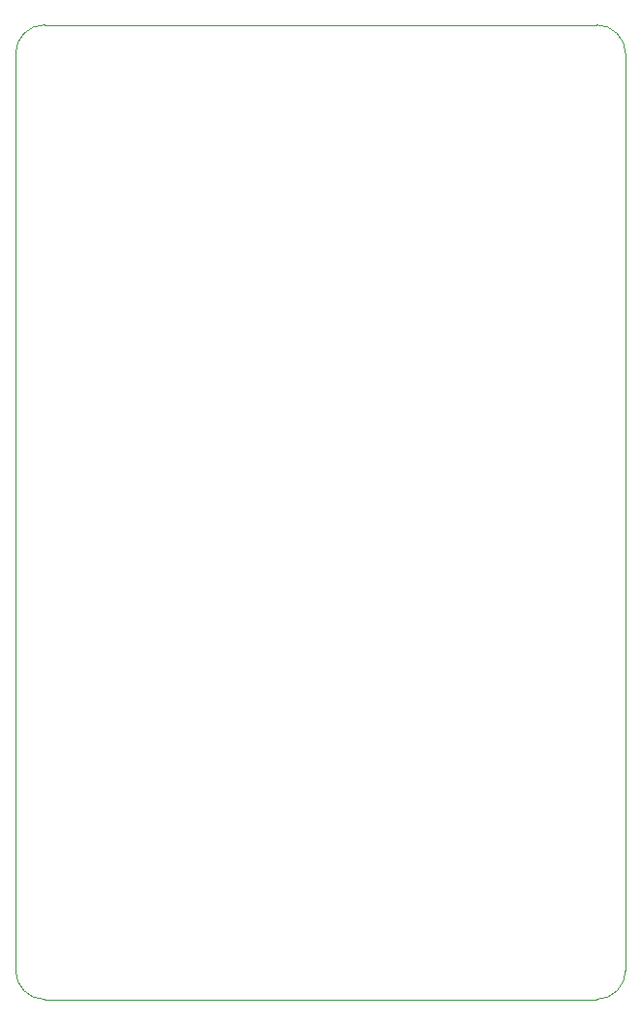
<source format=gbr>
%TF.GenerationSoftware,KiCad,Pcbnew,(5.1.9)-1*%
%TF.CreationDate,2021-04-18T17:00:14-02:30*%
%TF.ProjectId,flamingo,666c616d-696e-4676-9f2e-6b696361645f,rev?*%
%TF.SameCoordinates,Original*%
%TF.FileFunction,Profile,NP*%
%FSLAX46Y46*%
G04 Gerber Fmt 4.6, Leading zero omitted, Abs format (unit mm)*
G04 Created by KiCad (PCBNEW (5.1.9)-1) date 2021-04-18 17:00:14*
%MOMM*%
%LPD*%
G01*
G04 APERTURE LIST*
%TA.AperFunction,Profile*%
%ADD10C,0.050000*%
%TD*%
G04 APERTURE END LIST*
D10*
X154940000Y-147955000D02*
G75*
G02*
X152400000Y-150495000I-2540000J0D01*
G01*
X104140000Y-150495000D02*
G75*
G02*
X101600000Y-147955000I0J2540000D01*
G01*
X152400000Y-65405000D02*
G75*
G02*
X154940000Y-67945000I0J-2540000D01*
G01*
X101600000Y-67945000D02*
G75*
G02*
X104140000Y-65405000I2540000J0D01*
G01*
X152400000Y-65405000D02*
X104140000Y-65405000D01*
X154940000Y-147955000D02*
X154940000Y-67945000D01*
X104140000Y-150495000D02*
X152400000Y-150495000D01*
X101600000Y-67945000D02*
X101600000Y-147955000D01*
M02*

</source>
